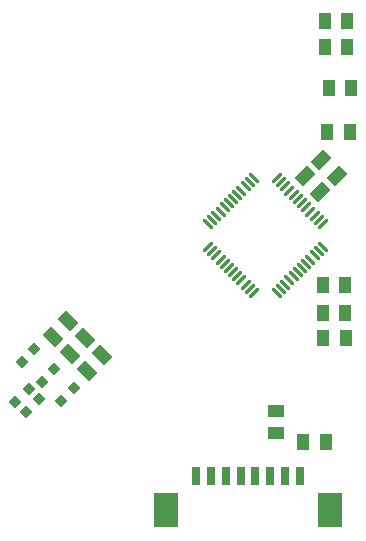
<source format=gtp>
G04*
G04 #@! TF.GenerationSoftware,Altium Limited,Altium Designer,25.1.2 (22)*
G04*
G04 Layer_Color=8421504*
%FSLAX44Y44*%
%MOMM*%
G71*
G04*
G04 #@! TF.SameCoordinates,BCEF5572-1F7E-4207-9204-8C5AED3481CC*
G04*
G04*
G04 #@! TF.FilePolarity,Positive*
G04*
G01*
G75*
%ADD17R,1.0400X1.4700*%
G04:AMPARAMS|DCode=18|XSize=1.04mm|YSize=1.47mm|CornerRadius=0mm|HoleSize=0mm|Usage=FLASHONLY|Rotation=315.000|XOffset=0mm|YOffset=0mm|HoleType=Round|Shape=Rectangle|*
%AMROTATEDRECTD18*
4,1,4,-0.8874,-0.1520,0.1520,0.8874,0.8874,0.1520,-0.1520,-0.8874,-0.8874,-0.1520,0.0*
%
%ADD18ROTATEDRECTD18*%

%ADD19R,1.4700X1.0400*%
G04:AMPARAMS|DCode=20|XSize=0.25mm|YSize=1.25mm|CornerRadius=0mm|HoleSize=0mm|Usage=FLASHONLY|Rotation=315.000|XOffset=0mm|YOffset=0mm|HoleType=Round|Shape=Round|*
%AMOVALD20*
21,1,1.0000,0.2500,0.0000,0.0000,45.0*
1,1,0.2500,-0.3536,-0.3536*
1,1,0.2500,0.3536,0.3536*
%
%ADD20OVALD20*%

G04:AMPARAMS|DCode=21|XSize=0.25mm|YSize=1.25mm|CornerRadius=0mm|HoleSize=0mm|Usage=FLASHONLY|Rotation=225.000|XOffset=0mm|YOffset=0mm|HoleType=Round|Shape=Round|*
%AMOVALD21*
21,1,1.0000,0.2500,0.0000,0.0000,315.0*
1,1,0.2500,-0.3536,0.3536*
1,1,0.2500,0.3536,-0.3536*
%
%ADD21OVALD21*%

%ADD22R,2.1000X3.0000*%
%ADD23R,0.8000X1.6000*%
%ADD24P,1.1314X4X180.0*%
G04:AMPARAMS|DCode=25|XSize=1.04mm|YSize=1.47mm|CornerRadius=0mm|HoleSize=0mm|Usage=FLASHONLY|Rotation=225.000|XOffset=0mm|YOffset=0mm|HoleType=Round|Shape=Rectangle|*
%AMROTATEDRECTD25*
4,1,4,-0.1520,0.8874,0.8874,-0.1520,0.1520,-0.8874,-0.8874,0.1520,-0.1520,0.8874,0.0*
%
%ADD25ROTATEDRECTD25*%

G04:AMPARAMS|DCode=26|XSize=0.8128mm|YSize=0.8mm|CornerRadius=0mm|HoleSize=0mm|Usage=FLASHONLY|Rotation=315.000|XOffset=0mm|YOffset=0mm|HoleType=Round|Shape=Rectangle|*
%AMROTATEDRECTD26*
4,1,4,-0.5702,0.0045,-0.0045,0.5702,0.5702,-0.0045,0.0045,-0.5702,-0.5702,0.0045,0.0*
%
%ADD26ROTATEDRECTD26*%

D17*
X331384Y190414D02*
D03*
X312584D02*
D03*
X332443Y436243D02*
D03*
X313643D02*
D03*
X332516Y458489D02*
D03*
X313716D02*
D03*
X295696Y102034D02*
D03*
X314496D02*
D03*
X312435Y235132D02*
D03*
X331235D02*
D03*
X331085Y211133D02*
D03*
X312285D02*
D03*
X315964Y364904D02*
D03*
X334764D02*
D03*
X317316Y401737D02*
D03*
X336116D02*
D03*
D18*
X309911Y314059D02*
D03*
X296618Y327353D02*
D03*
X310403Y341073D02*
D03*
X323697Y327780D02*
D03*
D19*
X272419Y128242D02*
D03*
Y109441D02*
D03*
D20*
X312131Y286728D02*
D03*
X308595Y290263D02*
D03*
X305060Y293799D02*
D03*
X301524Y297334D02*
D03*
X297988Y300870D02*
D03*
X294453Y304405D02*
D03*
X290917Y307941D02*
D03*
X287382Y311476D02*
D03*
X283846Y315012D02*
D03*
X280311Y318547D02*
D03*
X276775Y322083D02*
D03*
X273240Y325618D02*
D03*
X214903Y267282D02*
D03*
X218439Y263746D02*
D03*
X221975Y260211D02*
D03*
X225510Y256675D02*
D03*
X229046Y253140D02*
D03*
X232581Y249604D02*
D03*
X236117Y246069D02*
D03*
X239652Y242533D02*
D03*
X243188Y238998D02*
D03*
X246723Y235462D02*
D03*
X250259Y231927D02*
D03*
X253794Y228391D02*
D03*
D21*
Y325618D02*
D03*
X250259Y322083D02*
D03*
X246723Y318547D02*
D03*
X243188Y315012D02*
D03*
X239652Y311476D02*
D03*
X236117Y307941D02*
D03*
X232581Y304405D02*
D03*
X229046Y300870D02*
D03*
X225510Y297334D02*
D03*
X221975Y293799D02*
D03*
X218439Y290263D02*
D03*
X214903Y286728D02*
D03*
X273240Y228391D02*
D03*
X276775Y231927D02*
D03*
X280311Y235462D02*
D03*
X283846Y238998D02*
D03*
X287382Y242533D02*
D03*
X290917Y246069D02*
D03*
X294453Y249604D02*
D03*
X297988Y253140D02*
D03*
X301524Y256675D02*
D03*
X305060Y260211D02*
D03*
X308595Y263746D02*
D03*
X312131Y267282D02*
D03*
D22*
X179555Y44308D02*
D03*
X317855D02*
D03*
D23*
X292555Y73308D02*
D03*
X280055D02*
D03*
X267555D02*
D03*
X255055D02*
D03*
X242555D02*
D03*
X230055D02*
D03*
X217555D02*
D03*
X205055D02*
D03*
D24*
X57235Y170307D02*
D03*
X67842Y180914D02*
D03*
X74273Y153161D02*
D03*
X84880Y163768D02*
D03*
X90413Y137001D02*
D03*
X101019Y147608D02*
D03*
D25*
X96699Y204366D02*
D03*
X83406Y191072D02*
D03*
X111035Y189923D02*
D03*
X97741Y176629D02*
D03*
X125487Y175498D02*
D03*
X112193Y162204D02*
D03*
D26*
X63163Y147100D02*
D03*
X51849Y135786D02*
D03*
X60368Y127267D02*
D03*
X71682Y138581D02*
D03*
M02*

</source>
